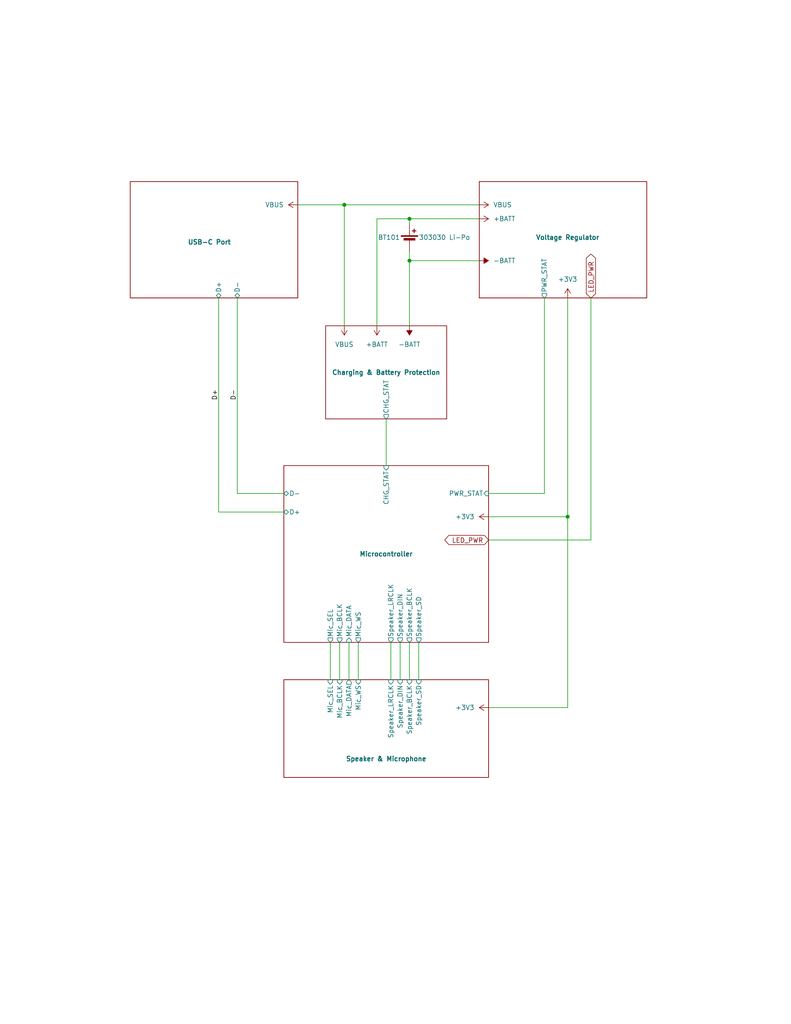
<source format=kicad_sch>
(kicad_sch
	(version 20231120)
	(generator "eeschema")
	(generator_version "8.0")
	(uuid "615e3260-ff62-492c-a651-02eeac1fdade")
	(paper "A" portrait)
	(title_block
		(title "Comms Badge Voice Assistant")
		(date "2024-03-02")
		(rev "0.1.1")
		(company "Home Sweet Home Assistant")
	)
	(lib_symbols
		(symbol "Comms Badge Voice Assistant Project:+3V3"
			(power)
			(pin_names
				(offset 0)
			)
			(exclude_from_sim no)
			(in_bom yes)
			(on_board yes)
			(property "Reference" "#PWR"
				(at 0 -3.81 0)
				(effects
					(font
						(size 1.27 1.27)
					)
					(hide yes)
				)
			)
			(property "Value" "+3V3"
				(at 0 3.556 0)
				(effects
					(font
						(size 1.27 1.27)
					)
				)
			)
			(property "Footprint" ""
				(at 0 0 0)
				(effects
					(font
						(size 1.27 1.27)
					)
					(hide yes)
				)
			)
			(property "Datasheet" ""
				(at 0 0 0)
				(effects
					(font
						(size 1.27 1.27)
					)
					(hide yes)
				)
			)
			(property "Description" "Power symbol creates a global label with name \"+3V3\""
				(at 0 0 0)
				(effects
					(font
						(size 1.27 1.27)
					)
					(hide yes)
				)
			)
			(property "ki_keywords" "global power"
				(at 0 0 0)
				(effects
					(font
						(size 1.27 1.27)
					)
					(hide yes)
				)
			)
			(symbol "+3V3_0_1"
				(polyline
					(pts
						(xy -0.762 1.27) (xy 0 2.54)
					)
					(stroke
						(width 0)
						(type default)
					)
					(fill
						(type none)
					)
				)
				(polyline
					(pts
						(xy 0 0) (xy 0 2.54)
					)
					(stroke
						(width 0)
						(type default)
					)
					(fill
						(type none)
					)
				)
				(polyline
					(pts
						(xy 0 2.54) (xy 0.762 1.27)
					)
					(stroke
						(width 0)
						(type default)
					)
					(fill
						(type none)
					)
				)
			)
			(symbol "+3V3_1_1"
				(pin power_in line
					(at 0 0 90)
					(length 0) hide
					(name "+3V3"
						(effects
							(font
								(size 1.27 1.27)
							)
						)
					)
					(number "1"
						(effects
							(font
								(size 1.27 1.27)
							)
						)
					)
				)
			)
		)
		(symbol "Comms Badge Voice Assistant Project:+BATT"
			(power)
			(pin_names
				(offset 0)
			)
			(exclude_from_sim no)
			(in_bom yes)
			(on_board yes)
			(property "Reference" "#PWR"
				(at 0 -3.81 0)
				(effects
					(font
						(size 1.27 1.27)
					)
					(hide yes)
				)
			)
			(property "Value" "+BATT"
				(at 0 3.556 0)
				(effects
					(font
						(size 1.27 1.27)
					)
				)
			)
			(property "Footprint" ""
				(at 0 0 0)
				(effects
					(font
						(size 1.27 1.27)
					)
					(hide yes)
				)
			)
			(property "Datasheet" ""
				(at 0 0 0)
				(effects
					(font
						(size 1.27 1.27)
					)
					(hide yes)
				)
			)
			(property "Description" "Power symbol creates a global label with name \"+BATT\""
				(at 0 0 0)
				(effects
					(font
						(size 1.27 1.27)
					)
					(hide yes)
				)
			)
			(property "ki_keywords" "global power battery"
				(at 0 0 0)
				(effects
					(font
						(size 1.27 1.27)
					)
					(hide yes)
				)
			)
			(symbol "+BATT_0_1"
				(polyline
					(pts
						(xy -0.762 1.27) (xy 0 2.54)
					)
					(stroke
						(width 0)
						(type default)
					)
					(fill
						(type none)
					)
				)
				(polyline
					(pts
						(xy 0 0) (xy 0 2.54)
					)
					(stroke
						(width 0)
						(type default)
					)
					(fill
						(type none)
					)
				)
				(polyline
					(pts
						(xy 0 2.54) (xy 0.762 1.27)
					)
					(stroke
						(width 0)
						(type default)
					)
					(fill
						(type none)
					)
				)
			)
			(symbol "+BATT_1_1"
				(pin power_in line
					(at 0 0 90)
					(length 0) hide
					(name "+BATT"
						(effects
							(font
								(size 1.27 1.27)
							)
						)
					)
					(number "1"
						(effects
							(font
								(size 1.27 1.27)
							)
						)
					)
				)
			)
		)
		(symbol "Comms Badge Voice Assistant Project:-BATT"
			(power)
			(pin_names
				(offset 0)
			)
			(exclude_from_sim no)
			(in_bom yes)
			(on_board yes)
			(property "Reference" "#PWR"
				(at 0 -3.81 0)
				(effects
					(font
						(size 1.27 1.27)
					)
					(hide yes)
				)
			)
			(property "Value" "-BATT"
				(at 0 3.556 0)
				(effects
					(font
						(size 1.27 1.27)
					)
				)
			)
			(property "Footprint" ""
				(at 0 0 0)
				(effects
					(font
						(size 1.27 1.27)
					)
					(hide yes)
				)
			)
			(property "Datasheet" ""
				(at 0 0 0)
				(effects
					(font
						(size 1.27 1.27)
					)
					(hide yes)
				)
			)
			(property "Description" "Power symbol creates a global label with name \"-BATT\""
				(at 0 0 0)
				(effects
					(font
						(size 1.27 1.27)
					)
					(hide yes)
				)
			)
			(property "ki_keywords" "global power battery"
				(at 0 0 0)
				(effects
					(font
						(size 1.27 1.27)
					)
					(hide yes)
				)
			)
			(symbol "-BATT_0_1"
				(polyline
					(pts
						(xy 0 0) (xy 0 2.54)
					)
					(stroke
						(width 0)
						(type default)
					)
					(fill
						(type none)
					)
				)
				(polyline
					(pts
						(xy 0.762 1.27) (xy -0.762 1.27) (xy 0 2.54) (xy 0.762 1.27)
					)
					(stroke
						(width 0)
						(type default)
					)
					(fill
						(type outline)
					)
				)
			)
			(symbol "-BATT_1_1"
				(pin power_in line
					(at 0 0 90)
					(length 0) hide
					(name "-BATT"
						(effects
							(font
								(size 1.27 1.27)
							)
						)
					)
					(number "1"
						(effects
							(font
								(size 1.27 1.27)
							)
						)
					)
				)
			)
		)
		(symbol "Comms Badge Voice Assistant Project:Battery_Cell"
			(pin_numbers hide)
			(pin_names
				(offset 0) hide)
			(exclude_from_sim no)
			(in_bom yes)
			(on_board yes)
			(property "Reference" "BT"
				(at 2.54 2.54 0)
				(effects
					(font
						(size 1.27 1.27)
					)
					(justify left)
				)
			)
			(property "Value" "Battery_Cell"
				(at 2.54 0 0)
				(effects
					(font
						(size 1.27 1.27)
					)
					(justify left)
				)
			)
			(property "Footprint" ""
				(at 0 1.524 90)
				(effects
					(font
						(size 1.27 1.27)
					)
					(hide yes)
				)
			)
			(property "Datasheet" "~"
				(at 0 1.524 90)
				(effects
					(font
						(size 1.27 1.27)
					)
					(hide yes)
				)
			)
			(property "Description" "Single-cell battery"
				(at 0 0 0)
				(effects
					(font
						(size 1.27 1.27)
					)
					(hide yes)
				)
			)
			(property "ki_keywords" "battery cell"
				(at 0 0 0)
				(effects
					(font
						(size 1.27 1.27)
					)
					(hide yes)
				)
			)
			(symbol "Battery_Cell_0_1"
				(rectangle
					(start -2.286 1.778)
					(end 2.286 1.524)
					(stroke
						(width 0)
						(type default)
					)
					(fill
						(type outline)
					)
				)
				(rectangle
					(start -1.524 1.016)
					(end 1.524 0.508)
					(stroke
						(width 0)
						(type default)
					)
					(fill
						(type outline)
					)
				)
				(polyline
					(pts
						(xy 0 0.762) (xy 0 0)
					)
					(stroke
						(width 0)
						(type default)
					)
					(fill
						(type none)
					)
				)
				(polyline
					(pts
						(xy 0 1.778) (xy 0 2.54)
					)
					(stroke
						(width 0)
						(type default)
					)
					(fill
						(type none)
					)
				)
				(polyline
					(pts
						(xy 0.762 3.048) (xy 1.778 3.048)
					)
					(stroke
						(width 0.254)
						(type default)
					)
					(fill
						(type none)
					)
				)
				(polyline
					(pts
						(xy 1.27 3.556) (xy 1.27 2.54)
					)
					(stroke
						(width 0.254)
						(type default)
					)
					(fill
						(type none)
					)
				)
			)
			(symbol "Battery_Cell_1_1"
				(pin passive line
					(at 0 5.08 270)
					(length 2.54)
					(name "+"
						(effects
							(font
								(size 1.27 1.27)
							)
						)
					)
					(number "1"
						(effects
							(font
								(size 1.27 1.27)
							)
						)
					)
				)
				(pin passive line
					(at 0 -2.54 90)
					(length 2.54)
					(name "-"
						(effects
							(font
								(size 1.27 1.27)
							)
						)
					)
					(number "2"
						(effects
							(font
								(size 1.27 1.27)
							)
						)
					)
				)
			)
		)
		(symbol "Comms Badge Voice Assistant Project:VBUS"
			(power)
			(pin_names
				(offset 0)
			)
			(exclude_from_sim no)
			(in_bom yes)
			(on_board yes)
			(property "Reference" "#PWR"
				(at 0 -3.81 0)
				(effects
					(font
						(size 1.27 1.27)
					)
					(hide yes)
				)
			)
			(property "Value" "VBUS"
				(at 0 3.81 0)
				(effects
					(font
						(size 1.27 1.27)
					)
				)
			)
			(property "Footprint" ""
				(at 0 0 0)
				(effects
					(font
						(size 1.27 1.27)
					)
					(hide yes)
				)
			)
			(property "Datasheet" ""
				(at 0 0 0)
				(effects
					(font
						(size 1.27 1.27)
					)
					(hide yes)
				)
			)
			(property "Description" "Power symbol creates a global label with name \"VBUS\""
				(at 0 0 0)
				(effects
					(font
						(size 1.27 1.27)
					)
					(hide yes)
				)
			)
			(property "ki_keywords" "global power"
				(at 0 0 0)
				(effects
					(font
						(size 1.27 1.27)
					)
					(hide yes)
				)
			)
			(symbol "VBUS_0_1"
				(polyline
					(pts
						(xy -0.762 1.27) (xy 0 2.54)
					)
					(stroke
						(width 0)
						(type default)
					)
					(fill
						(type none)
					)
				)
				(polyline
					(pts
						(xy 0 0) (xy 0 2.54)
					)
					(stroke
						(width 0)
						(type default)
					)
					(fill
						(type none)
					)
				)
				(polyline
					(pts
						(xy 0 2.54) (xy 0.762 1.27)
					)
					(stroke
						(width 0)
						(type default)
					)
					(fill
						(type none)
					)
				)
			)
			(symbol "VBUS_1_1"
				(pin power_in line
					(at 0 0 90)
					(length 0) hide
					(name "VBUS"
						(effects
							(font
								(size 1.27 1.27)
							)
						)
					)
					(number "1"
						(effects
							(font
								(size 1.27 1.27)
							)
						)
					)
				)
			)
		)
	)
	(junction
		(at 111.76 71.12)
		(diameter 0)
		(color 0 0 0 0)
		(uuid "12e54993-7d3e-493b-b424-602eea72c0b2")
	)
	(junction
		(at 111.76 59.69)
		(diameter 0)
		(color 0 0 0 0)
		(uuid "5b971af1-f69b-4688-99aa-e5c70e3d8dd2")
	)
	(junction
		(at 154.94 140.97)
		(diameter 0)
		(color 0 0 0 0)
		(uuid "7ffe0eec-f6a3-404e-99fd-a4a536e7db5f")
	)
	(junction
		(at 93.98 55.88)
		(diameter 0)
		(color 0 0 0 0)
		(uuid "f91d32a4-a160-475c-ba08-517bf66e9d4d")
	)
	(wire
		(pts
			(xy 111.76 68.58) (xy 111.76 71.12)
		)
		(stroke
			(width 0)
			(type default)
		)
		(uuid "067c67a8-052a-4fc2-b459-0ff6d72b97a3")
	)
	(wire
		(pts
			(xy 148.59 81.28) (xy 148.59 134.62)
		)
		(stroke
			(width 0)
			(type default)
		)
		(uuid "0aff3272-d3f5-4608-bcf1-8032709978dd")
	)
	(wire
		(pts
			(xy 111.76 175.26) (xy 111.76 185.42)
		)
		(stroke
			(width 0)
			(type default)
		)
		(uuid "0efad375-8e7b-46b8-a719-f720baed6d94")
	)
	(wire
		(pts
			(xy 81.28 55.88) (xy 93.98 55.88)
		)
		(stroke
			(width 0)
			(type default)
		)
		(uuid "0fceb56f-2211-4191-99b1-196e8db9c9c5")
	)
	(wire
		(pts
			(xy 92.71 175.26) (xy 92.71 185.42)
		)
		(stroke
			(width 0)
			(type default)
		)
		(uuid "2bbd7cc3-9541-4d74-a45b-3fd8a2c4183d")
	)
	(wire
		(pts
			(xy 77.47 139.7) (xy 59.69 139.7)
		)
		(stroke
			(width 0)
			(type default)
		)
		(uuid "2ecb5574-63ea-4030-8a45-d765d3e0314b")
	)
	(wire
		(pts
			(xy 93.98 55.88) (xy 130.81 55.88)
		)
		(stroke
			(width 0)
			(type default)
		)
		(uuid "415e2938-e120-47c3-970e-9cdeb124657c")
	)
	(wire
		(pts
			(xy 102.87 88.9) (xy 102.87 59.69)
		)
		(stroke
			(width 0)
			(type default)
		)
		(uuid "4e24a8d3-3cbc-4141-80c9-6f211569e983")
	)
	(wire
		(pts
			(xy 109.22 175.26) (xy 109.22 185.42)
		)
		(stroke
			(width 0)
			(type default)
		)
		(uuid "5a4931d6-af60-4c67-8ae0-564aaa1549cc")
	)
	(wire
		(pts
			(xy 105.41 114.3) (xy 105.41 127)
		)
		(stroke
			(width 0)
			(type default)
		)
		(uuid "5cbdc890-c1cf-4c19-b19f-c11fd8073f77")
	)
	(wire
		(pts
			(xy 111.76 59.69) (xy 130.81 59.69)
		)
		(stroke
			(width 0)
			(type default)
		)
		(uuid "6693d9b5-ed97-46e6-8f28-82a294416232")
	)
	(wire
		(pts
			(xy 90.17 175.26) (xy 90.17 185.42)
		)
		(stroke
			(width 0)
			(type default)
		)
		(uuid "695224f1-8aa7-4c29-b979-04b511080ab4")
	)
	(wire
		(pts
			(xy 111.76 71.12) (xy 111.76 88.9)
		)
		(stroke
			(width 0)
			(type default)
		)
		(uuid "770f39cf-9fe1-4d87-b762-fc7a9dbeb1f9")
	)
	(wire
		(pts
			(xy 133.35 140.97) (xy 154.94 140.97)
		)
		(stroke
			(width 0)
			(type default)
		)
		(uuid "786d289f-d983-4f75-8262-e509284ac94f")
	)
	(wire
		(pts
			(xy 161.29 147.32) (xy 133.35 147.32)
		)
		(stroke
			(width 0)
			(type default)
		)
		(uuid "7a774c5b-18b5-4d44-8610-b7b11ef37eee")
	)
	(wire
		(pts
			(xy 106.68 175.26) (xy 106.68 185.42)
		)
		(stroke
			(width 0)
			(type default)
		)
		(uuid "7fb1e76d-b234-40b3-81dc-4a983759acc3")
	)
	(wire
		(pts
			(xy 133.35 134.62) (xy 148.59 134.62)
		)
		(stroke
			(width 0)
			(type default)
		)
		(uuid "87e35456-d70b-43b4-96dd-de90b53d764e")
	)
	(wire
		(pts
			(xy 97.79 175.26) (xy 97.79 185.42)
		)
		(stroke
			(width 0)
			(type default)
		)
		(uuid "8d409537-414d-4110-9304-23c463b17e09")
	)
	(wire
		(pts
			(xy 111.76 71.12) (xy 130.81 71.12)
		)
		(stroke
			(width 0)
			(type default)
		)
		(uuid "9925a279-166e-4cda-bf84-4651b8e29246")
	)
	(wire
		(pts
			(xy 161.29 81.28) (xy 161.29 147.32)
		)
		(stroke
			(width 0)
			(type default)
		)
		(uuid "c82a2682-0b04-4fd8-b199-a9b1b8b3da9b")
	)
	(wire
		(pts
			(xy 93.98 55.88) (xy 93.98 88.9)
		)
		(stroke
			(width 0)
			(type default)
		)
		(uuid "c92ea2aa-5972-4417-a51a-9b93c67d74fa")
	)
	(wire
		(pts
			(xy 133.35 193.04) (xy 154.94 193.04)
		)
		(stroke
			(width 0)
			(type default)
		)
		(uuid "cc4f556e-bff5-4c59-a7e6-6b0b5ecb71d6")
	)
	(wire
		(pts
			(xy 114.3 175.26) (xy 114.3 185.42)
		)
		(stroke
			(width 0)
			(type default)
		)
		(uuid "d038fa69-977a-46ec-a96a-19c4c63cad3d")
	)
	(wire
		(pts
			(xy 59.69 81.28) (xy 59.69 139.7)
		)
		(stroke
			(width 0)
			(type default)
		)
		(uuid "d325ba4a-797e-4718-a942-9c9233ff0243")
	)
	(wire
		(pts
			(xy 111.76 60.96) (xy 111.76 59.69)
		)
		(stroke
			(width 0)
			(type default)
		)
		(uuid "d5308d8a-391e-4813-acad-17ccecb6f6d9")
	)
	(wire
		(pts
			(xy 154.94 193.04) (xy 154.94 140.97)
		)
		(stroke
			(width 0)
			(type default)
		)
		(uuid "d5c3981a-d1aa-4e5c-9704-4f1296dd9302")
	)
	(wire
		(pts
			(xy 95.25 175.26) (xy 95.25 185.42)
		)
		(stroke
			(width 0)
			(type default)
		)
		(uuid "e4b70b1c-9399-4dd6-955b-ca0d2cd34236")
	)
	(wire
		(pts
			(xy 64.77 81.28) (xy 64.77 134.62)
		)
		(stroke
			(width 0)
			(type default)
		)
		(uuid "f2664fe1-bb62-4e0a-a3a2-752374690f5f")
	)
	(wire
		(pts
			(xy 102.87 59.69) (xy 111.76 59.69)
		)
		(stroke
			(width 0)
			(type default)
		)
		(uuid "f9cf819b-6680-452c-9d98-231860cacb48")
	)
	(wire
		(pts
			(xy 77.47 134.62) (xy 64.77 134.62)
		)
		(stroke
			(width 0)
			(type default)
		)
		(uuid "ff1ac0af-02b0-4288-8945-23ed6a4819c5")
	)
	(wire
		(pts
			(xy 154.94 81.28) (xy 154.94 140.97)
		)
		(stroke
			(width 0)
			(type default)
		)
		(uuid "ffeb98e3-36f9-44f6-a725-f0ac63318355")
	)
	(label "D-"
		(at 64.77 109.22 90)
		(fields_autoplaced yes)
		(effects
			(font
				(size 1.27 1.27)
			)
			(justify left bottom)
		)
		(uuid "88881202-19e4-46b6-96c8-91a59545518e")
	)
	(label "D+"
		(at 59.69 109.22 90)
		(fields_autoplaced yes)
		(effects
			(font
				(size 1.27 1.27)
			)
			(justify left bottom)
		)
		(uuid "d12d3b20-6014-4e25-8170-842734f1981b")
	)
	(global_label "LED_PWR"
		(shape tri_state)
		(at 161.29 81.28 90)
		(fields_autoplaced yes)
		(effects
			(font
				(size 1.27 1.27)
			)
			(justify left)
		)
		(uuid "2480c930-babb-4aac-b5a9-75a21153b977")
		(property "Intersheetrefs" "${INTERSHEET_REFS}"
			(at 161.29 68.7774 90)
			(effects
				(font
					(size 1.27 1.27)
				)
				(justify left)
				(hide yes)
			)
		)
	)
	(global_label "LED_PWR"
		(shape tri_state)
		(at 133.35 147.32 180)
		(fields_autoplaced yes)
		(effects
			(font
				(size 1.27 1.27)
			)
			(justify right)
		)
		(uuid "77389b44-c07d-41fa-9675-78831493232f")
		(property "Intersheetrefs" "${INTERSHEET_REFS}"
			(at 120.8474 147.32 0)
			(effects
				(font
					(size 1.27 1.27)
				)
				(justify right)
				(hide yes)
			)
		)
	)
	(symbol
		(lib_id "Comms Badge Voice Assistant Project:Battery_Cell")
		(at 111.76 66.04 0)
		(unit 1)
		(exclude_from_sim no)
		(in_bom yes)
		(on_board yes)
		(dnp no)
		(uuid "08da763f-58ec-4ca2-8dfa-542b0c4eaebf")
		(property "Reference" "BT101"
			(at 109.22 64.77 0)
			(effects
				(font
					(size 1.27 1.27)
				)
				(justify right)
			)
		)
		(property "Value" "303030 Li-Po"
			(at 114.3 64.77 0)
			(effects
				(font
					(size 1.27 1.27)
				)
				(justify left)
			)
		)
		(property "Footprint" "Connector_Wire:SolderWire-0.25sqmm_1x02_P4.5mm_D0.65mm_OD2mm"
			(at 111.76 64.516 90)
			(effects
				(font
					(size 1.27 1.27)
				)
				(hide yes)
			)
		)
		(property "Datasheet" "~"
			(at 111.76 64.516 90)
			(effects
				(font
					(size 1.27 1.27)
				)
				(hide yes)
			)
		)
		(property "Description" ""
			(at 111.76 66.04 0)
			(effects
				(font
					(size 1.27 1.27)
				)
				(hide yes)
			)
		)
		(property "LCSC #" ""
			(at 111.76 66.04 0)
			(effects
				(font
					(size 1.27 1.27)
				)
				(hide yes)
			)
		)
		(property "Mfr. Part #" ""
			(at 111.76 66.04 0)
			(effects
				(font
					(size 1.27 1.27)
				)
				(hide yes)
			)
		)
		(property "DigiKey #" ""
			(at 111.76 66.04 0)
			(effects
				(font
					(size 1.27 1.27)
				)
				(hide yes)
			)
		)
		(property "Mouser #" ""
			(at 111.76 66.04 0)
			(effects
				(font
					(size 1.27 1.27)
				)
				(hide yes)
			)
		)
		(property "Price" ""
			(at 111.76 66.04 0)
			(effects
				(font
					(size 1.27 1.27)
				)
				(hide yes)
			)
		)
		(pin "1"
			(uuid "0fa1d61d-72bf-4a4a-bd6c-be7c553b91c2")
		)
		(pin "2"
			(uuid "34a287cb-5e6d-49a1-9241-7ffb8373d4bd")
		)
		(instances
			(project "Comms Badge Voice Assistant Project"
				(path "/615e3260-ff62-492c-a651-02eeac1fdade"
					(reference "BT101")
					(unit 1)
				)
			)
		)
	)
	(symbol
		(lib_id "Comms Badge Voice Assistant Project:+BATT")
		(at 102.87 88.9 180)
		(unit 1)
		(exclude_from_sim no)
		(in_bom yes)
		(on_board yes)
		(dnp no)
		(fields_autoplaced yes)
		(uuid "098bada7-df95-4cfd-b914-8cf58976e977")
		(property "Reference" "#PWR0110"
			(at 102.87 85.09 0)
			(effects
				(font
					(size 1.27 1.27)
				)
				(hide yes)
			)
		)
		(property "Value" "+BATT"
			(at 102.87 93.98 0)
			(effects
				(font
					(size 1.27 1.27)
				)
			)
		)
		(property "Footprint" ""
			(at 102.87 88.9 0)
			(effects
				(font
					(size 1.27 1.27)
				)
				(hide yes)
			)
		)
		(property "Datasheet" ""
			(at 102.87 88.9 0)
			(effects
				(font
					(size 1.27 1.27)
				)
				(hide yes)
			)
		)
		(property "Description" ""
			(at 102.87 88.9 0)
			(effects
				(font
					(size 1.27 1.27)
				)
				(hide yes)
			)
		)
		(pin "1"
			(uuid "64220230-8f9d-4503-b3a4-c10818599482")
		)
		(instances
			(project "Comms Badge Voice Assistant Project"
				(path "/615e3260-ff62-492c-a651-02eeac1fdade"
					(reference "#PWR0110")
					(unit 1)
				)
			)
		)
	)
	(symbol
		(lib_id "Comms Badge Voice Assistant Project:+3V3")
		(at 133.35 193.04 90)
		(unit 1)
		(exclude_from_sim no)
		(in_bom yes)
		(on_board yes)
		(dnp no)
		(fields_autoplaced yes)
		(uuid "4f843db4-20eb-4299-8d44-dc30b6070b47")
		(property "Reference" "#PWR0115"
			(at 137.16 193.04 0)
			(effects
				(font
					(size 1.27 1.27)
				)
				(hide yes)
			)
		)
		(property "Value" "+3V3"
			(at 129.54 193.04 90)
			(effects
				(font
					(size 1.27 1.27)
				)
				(justify left)
			)
		)
		(property "Footprint" ""
			(at 133.35 193.04 0)
			(effects
				(font
					(size 1.27 1.27)
				)
				(hide yes)
			)
		)
		(property "Datasheet" ""
			(at 133.35 193.04 0)
			(effects
				(font
					(size 1.27 1.27)
				)
				(hide yes)
			)
		)
		(property "Description" ""
			(at 133.35 193.04 0)
			(effects
				(font
					(size 1.27 1.27)
				)
				(hide yes)
			)
		)
		(pin "1"
			(uuid "bfcad5f2-6091-4cd5-b559-afc445ccab64")
		)
		(instances
			(project "Comms Badge Voice Assistant Project"
				(path "/615e3260-ff62-492c-a651-02eeac1fdade"
					(reference "#PWR0115")
					(unit 1)
				)
			)
		)
	)
	(symbol
		(lib_id "Comms Badge Voice Assistant Project:+BATT")
		(at 130.81 59.69 270)
		(unit 1)
		(exclude_from_sim no)
		(in_bom yes)
		(on_board yes)
		(dnp no)
		(fields_autoplaced yes)
		(uuid "5e0f92fa-0c0d-4625-8a00-a700074b39d5")
		(property "Reference" "#PWR0103"
			(at 127 59.69 0)
			(effects
				(font
					(size 1.27 1.27)
				)
				(hide yes)
			)
		)
		(property "Value" "+BATT"
			(at 134.62 59.69 90)
			(effects
				(font
					(size 1.27 1.27)
				)
				(justify left)
			)
		)
		(property "Footprint" ""
			(at 130.81 59.69 0)
			(effects
				(font
					(size 1.27 1.27)
				)
				(hide yes)
			)
		)
		(property "Datasheet" ""
			(at 130.81 59.69 0)
			(effects
				(font
					(size 1.27 1.27)
				)
				(hide yes)
			)
		)
		(property "Description" ""
			(at 130.81 59.69 0)
			(effects
				(font
					(size 1.27 1.27)
				)
				(hide yes)
			)
		)
		(pin "1"
			(uuid "4ab45027-46c8-4a81-a0f6-c830827cd1bb")
		)
		(instances
			(project "Comms Badge Voice Assistant Project"
				(path "/615e3260-ff62-492c-a651-02eeac1fdade"
					(reference "#PWR0103")
					(unit 1)
				)
			)
		)
	)
	(symbol
		(lib_id "Comms Badge Voice Assistant Project:+3V3")
		(at 154.94 81.28 0)
		(unit 1)
		(exclude_from_sim no)
		(in_bom yes)
		(on_board yes)
		(dnp no)
		(fields_autoplaced yes)
		(uuid "683ac0fe-e1fc-4c09-84bb-4f8bdf23506f")
		(property "Reference" "#PWR0107"
			(at 154.94 85.09 0)
			(effects
				(font
					(size 1.27 1.27)
				)
				(hide yes)
			)
		)
		(property "Value" "+3V3"
			(at 154.94 76.2 0)
			(effects
				(font
					(size 1.27 1.27)
				)
			)
		)
		(property "Footprint" ""
			(at 154.94 81.28 0)
			(effects
				(font
					(size 1.27 1.27)
				)
				(hide yes)
			)
		)
		(property "Datasheet" ""
			(at 154.94 81.28 0)
			(effects
				(font
					(size 1.27 1.27)
				)
				(hide yes)
			)
		)
		(property "Description" ""
			(at 154.94 81.28 0)
			(effects
				(font
					(size 1.27 1.27)
				)
				(hide yes)
			)
		)
		(pin "1"
			(uuid "83a991c0-6597-4154-8879-8a1f4234ffd5")
		)
		(instances
			(project "Comms Badge Voice Assistant Project"
				(path "/615e3260-ff62-492c-a651-02eeac1fdade"
					(reference "#PWR0107")
					(unit 1)
				)
			)
		)
	)
	(symbol
		(lib_id "Comms Badge Voice Assistant Project:VBUS")
		(at 130.81 55.88 270)
		(unit 1)
		(exclude_from_sim no)
		(in_bom yes)
		(on_board yes)
		(dnp no)
		(fields_autoplaced yes)
		(uuid "71c8bbd2-c9d6-461d-8912-e56043831a53")
		(property "Reference" "#PWR0102"
			(at 127 55.88 0)
			(effects
				(font
					(size 1.27 1.27)
				)
				(hide yes)
			)
		)
		(property "Value" "VBUS"
			(at 134.62 55.88 90)
			(effects
				(font
					(size 1.27 1.27)
				)
				(justify left)
			)
		)
		(property "Footprint" ""
			(at 130.81 55.88 0)
			(effects
				(font
					(size 1.27 1.27)
				)
				(hide yes)
			)
		)
		(property "Datasheet" ""
			(at 130.81 55.88 0)
			(effects
				(font
					(size 1.27 1.27)
				)
				(hide yes)
			)
		)
		(property "Description" ""
			(at 130.81 55.88 0)
			(effects
				(font
					(size 1.27 1.27)
				)
				(hide yes)
			)
		)
		(pin "1"
			(uuid "3d062507-9057-481c-a85a-4a424ba22135")
		)
		(instances
			(project "Comms Badge Voice Assistant Project"
				(path "/615e3260-ff62-492c-a651-02eeac1fdade"
					(reference "#PWR0102")
					(unit 1)
				)
			)
		)
	)
	(symbol
		(lib_id "Comms Badge Voice Assistant Project:-BATT")
		(at 130.81 71.12 270)
		(unit 1)
		(exclude_from_sim no)
		(in_bom yes)
		(on_board yes)
		(dnp no)
		(fields_autoplaced yes)
		(uuid "72d75e47-dca9-485c-ae12-795c83b3631a")
		(property "Reference" "#PWR0105"
			(at 127 71.12 0)
			(effects
				(font
					(size 1.27 1.27)
				)
				(hide yes)
			)
		)
		(property "Value" "-BATT"
			(at 134.62 71.12 90)
			(effects
				(font
					(size 1.27 1.27)
				)
				(justify left)
			)
		)
		(property "Footprint" ""
			(at 130.81 71.12 0)
			(effects
				(font
					(size 1.27 1.27)
				)
				(hide yes)
			)
		)
		(property "Datasheet" ""
			(at 130.81 71.12 0)
			(effects
				(font
					(size 1.27 1.27)
				)
				(hide yes)
			)
		)
		(property "Description" ""
			(at 130.81 71.12 0)
			(effects
				(font
					(size 1.27 1.27)
				)
				(hide yes)
			)
		)
		(pin "1"
			(uuid "a98ee9f4-7f0a-4141-b0cb-d022d557d4ce")
		)
		(instances
			(project "Comms Badge Voice Assistant Project"
				(path "/615e3260-ff62-492c-a651-02eeac1fdade"
					(reference "#PWR0105")
					(unit 1)
				)
			)
		)
	)
	(symbol
		(lib_id "Comms Badge Voice Assistant Project:VBUS")
		(at 81.28 55.88 90)
		(unit 1)
		(exclude_from_sim no)
		(in_bom yes)
		(on_board yes)
		(dnp no)
		(fields_autoplaced yes)
		(uuid "759e29e1-e667-41df-8732-4dd95367bfc5")
		(property "Reference" "#PWR0101"
			(at 85.09 55.88 0)
			(effects
				(font
					(size 1.27 1.27)
				)
				(hide yes)
			)
		)
		(property "Value" "VBUS"
			(at 77.47 55.88 90)
			(effects
				(font
					(size 1.27 1.27)
				)
				(justify left)
			)
		)
		(property "Footprint" ""
			(at 81.28 55.88 0)
			(effects
				(font
					(size 1.27 1.27)
				)
				(hide yes)
			)
		)
		(property "Datasheet" ""
			(at 81.28 55.88 0)
			(effects
				(font
					(size 1.27 1.27)
				)
				(hide yes)
			)
		)
		(property "Description" ""
			(at 81.28 55.88 0)
			(effects
				(font
					(size 1.27 1.27)
				)
				(hide yes)
			)
		)
		(pin "1"
			(uuid "a5c4442c-6769-4135-b782-87f6594a09db")
		)
		(instances
			(project "Comms Badge Voice Assistant Project"
				(path "/615e3260-ff62-492c-a651-02eeac1fdade"
					(reference "#PWR0101")
					(unit 1)
				)
			)
		)
	)
	(symbol
		(lib_id "Comms Badge Voice Assistant Project:+3V3")
		(at 133.35 140.97 90)
		(unit 1)
		(exclude_from_sim no)
		(in_bom yes)
		(on_board yes)
		(dnp no)
		(fields_autoplaced yes)
		(uuid "b0cd39fe-d4e5-413f-97a3-d3083aa39cc2")
		(property "Reference" "#PWR0113"
			(at 137.16 140.97 0)
			(effects
				(font
					(size 1.27 1.27)
				)
				(hide yes)
			)
		)
		(property "Value" "+3V3"
			(at 129.54 140.97 90)
			(effects
				(font
					(size 1.27 1.27)
				)
				(justify left)
			)
		)
		(property "Footprint" ""
			(at 133.35 140.97 0)
			(effects
				(font
					(size 1.27 1.27)
				)
				(hide yes)
			)
		)
		(property "Datasheet" ""
			(at 133.35 140.97 0)
			(effects
				(font
					(size 1.27 1.27)
				)
				(hide yes)
			)
		)
		(property "Description" ""
			(at 133.35 140.97 0)
			(effects
				(font
					(size 1.27 1.27)
				)
				(hide yes)
			)
		)
		(pin "1"
			(uuid "4a84b9af-00ad-4325-b743-c20c4e3572b1")
		)
		(instances
			(project "Comms Badge Voice Assistant Project"
				(path "/615e3260-ff62-492c-a651-02eeac1fdade"
					(reference "#PWR0113")
					(unit 1)
				)
			)
		)
	)
	(symbol
		(lib_id "Comms Badge Voice Assistant Project:VBUS")
		(at 93.98 88.9 180)
		(unit 1)
		(exclude_from_sim no)
		(in_bom yes)
		(on_board yes)
		(dnp no)
		(fields_autoplaced yes)
		(uuid "c8b633c7-c075-4922-a8fb-1ab3bd91aefd")
		(property "Reference" "#PWR0109"
			(at 93.98 85.09 0)
			(effects
				(font
					(size 1.27 1.27)
				)
				(hide yes)
			)
		)
		(property "Value" "VBUS"
			(at 93.98 93.98 0)
			(effects
				(font
					(size 1.27 1.27)
				)
			)
		)
		(property "Footprint" ""
			(at 93.98 88.9 0)
			(effects
				(font
					(size 1.27 1.27)
				)
				(hide yes)
			)
		)
		(property "Datasheet" ""
			(at 93.98 88.9 0)
			(effects
				(font
					(size 1.27 1.27)
				)
				(hide yes)
			)
		)
		(property "Description" ""
			(at 93.98 88.9 0)
			(effects
				(font
					(size 1.27 1.27)
				)
				(hide yes)
			)
		)
		(pin "1"
			(uuid "89a28fbb-98bb-49ab-85fe-45efe7e48b54")
		)
		(instances
			(project "Comms Badge Voice Assistant Project"
				(path "/615e3260-ff62-492c-a651-02eeac1fdade"
					(reference "#PWR0109")
					(unit 1)
				)
			)
		)
	)
	(symbol
		(lib_id "Comms Badge Voice Assistant Project:-BATT")
		(at 111.76 88.9 180)
		(unit 1)
		(exclude_from_sim no)
		(in_bom yes)
		(on_board yes)
		(dnp no)
		(fields_autoplaced yes)
		(uuid "cd7c562e-3577-406b-94a0-dcb0502f7217")
		(property "Reference" "#PWR0111"
			(at 111.76 85.09 0)
			(effects
				(font
					(size 1.27 1.27)
				)
				(hide yes)
			)
		)
		(property "Value" "-BATT"
			(at 111.76 93.98 0)
			(effects
				(font
					(size 1.27 1.27)
				)
			)
		)
		(property "Footprint" ""
			(at 111.76 88.9 0)
			(effects
				(font
					(size 1.27 1.27)
				)
				(hide yes)
			)
		)
		(property "Datasheet" ""
			(at 111.76 88.9 0)
			(effects
				(font
					(size 1.27 1.27)
				)
				(hide yes)
			)
		)
		(property "Description" ""
			(at 111.76 88.9 0)
			(effects
				(font
					(size 1.27 1.27)
				)
				(hide yes)
			)
		)
		(pin "1"
			(uuid "a020dd99-f185-4e4e-b88c-778ea59e79b7")
		)
		(instances
			(project "Comms Badge Voice Assistant Project"
				(path "/615e3260-ff62-492c-a651-02eeac1fdade"
					(reference "#PWR0111")
					(unit 1)
				)
			)
		)
	)
	(sheet
		(at 88.9 88.9)
		(size 33.02 25.4)
		(stroke
			(width 0.1524)
			(type solid)
		)
		(fill
			(color 0 0 0 0.0000)
		)
		(uuid "231a0e5c-3d9d-4633-902d-6da720a74176")
		(property "Sheetname" "Charging & Battery Protection"
			(at 105.41 101.6 0)
			(effects
				(font
					(size 1.27 1.27)
					(bold yes)
				)
			)
		)
		(property "Sheetfile" "Charging_Battery_Protection.kicad_sch"
			(at 88.9 112.3446 0)
			(effects
				(font
					(size 1.27 1.27)
				)
				(justify left top)
				(hide yes)
			)
		)
		(pin "CHG_STAT" output
			(at 105.41 114.3 270)
			(effects
				(font
					(size 1.27 1.27)
				)
				(justify left)
			)
			(uuid "5a02778b-c383-42d4-a95f-1acfc2104574")
		)
		(instances
			(project "Comms Badge Voice Assistant Project"
				(path "/615e3260-ff62-492c-a651-02eeac1fdade"
					(page "3")
				)
			)
		)
	)
	(sheet
		(at 77.47 127)
		(size 55.88 48.26)
		(stroke
			(width 0.1524)
			(type solid)
		)
		(fill
			(color 0 0 0 0.0000)
		)
		(uuid "5fa97130-643a-4419-aa6c-6ca7316b1e6f")
		(property "Sheetname" "Microcontroller"
			(at 105.41 151.13 0)
			(effects
				(font
					(size 1.27 1.27)
					(bold yes)
				)
			)
		)
		(property "Sheetfile" "Microcontroller.kicad_sch"
			(at 77.47 175.8446 0)
			(effects
				(font
					(size 1.27 1.27)
				)
				(justify left top)
				(hide yes)
			)
		)
		(pin "D+" bidirectional
			(at 77.47 139.7 180)
			(effects
				(font
					(size 1.27 1.27)
				)
				(justify left)
			)
			(uuid "bad9f030-66b1-4f59-8e06-bbec07d52974")
		)
		(pin "D-" bidirectional
			(at 77.47 134.62 180)
			(effects
				(font
					(size 1.27 1.27)
				)
				(justify left)
			)
			(uuid "8fbeb095-cfb8-488f-bb43-a171d39f106e")
		)
		(pin "Mic_WS" output
			(at 97.79 175.26 270)
			(effects
				(font
					(size 1.27 1.27)
				)
				(justify left)
			)
			(uuid "f18f11af-a3d3-458b-9615-b84e70e6dd22")
		)
		(pin "Mic_DATA" input
			(at 95.25 175.26 270)
			(effects
				(font
					(size 1.27 1.27)
				)
				(justify left)
			)
			(uuid "62b661fa-8028-4d95-8683-309f6295ef2b")
		)
		(pin "Mic_SEL" output
			(at 90.17 175.26 270)
			(effects
				(font
					(size 1.27 1.27)
				)
				(justify left)
			)
			(uuid "373d364c-f405-45b1-be50-0c38b3f512cc")
		)
		(pin "Mic_BCLK" output
			(at 92.71 175.26 270)
			(effects
				(font
					(size 1.27 1.27)
				)
				(justify left)
			)
			(uuid "33b72300-1ade-4b10-bf05-dee70e5ba8ae")
		)
		(pin "Speaker_BCLK" output
			(at 111.76 175.26 270)
			(effects
				(font
					(size 1.27 1.27)
				)
				(justify left)
			)
			(uuid "7d456f9e-25af-4a51-9722-3e709a0c4fc8")
		)
		(pin "Speaker_SD" output
			(at 114.3 175.26 270)
			(effects
				(font
					(size 1.27 1.27)
				)
				(justify left)
			)
			(uuid "cb0c8daf-f78e-4617-aafa-afe77a2dde92")
		)
		(pin "Speaker_DIN" output
			(at 109.22 175.26 270)
			(effects
				(font
					(size 1.27 1.27)
				)
				(justify left)
			)
			(uuid "bfe087bc-389c-4092-b451-17be047412a4")
		)
		(pin "Speaker_LRCLK" output
			(at 106.68 175.26 270)
			(effects
				(font
					(size 1.27 1.27)
				)
				(justify left)
			)
			(uuid "66038402-d80f-4161-b5db-76ee7dbf79dc")
		)
		(pin "CHG_STAT" input
			(at 105.41 127 90)
			(effects
				(font
					(size 1.27 1.27)
				)
				(justify right)
			)
			(uuid "a244c9b3-9713-4a3a-86ae-c5557786c3b2")
		)
		(pin "PWR_STAT" input
			(at 133.35 134.62 0)
			(effects
				(font
					(size 1.27 1.27)
				)
				(justify right)
			)
			(uuid "3d81b688-fcdf-498a-a7d4-5b71990c0efa")
		)
		(instances
			(project "Comms Badge Voice Assistant Project"
				(path "/615e3260-ff62-492c-a651-02eeac1fdade"
					(page "5")
				)
			)
		)
	)
	(sheet
		(at 77.47 185.42)
		(size 55.88 26.67)
		(stroke
			(width 0.1524)
			(type solid)
		)
		(fill
			(color 0 0 0 0.0000)
		)
		(uuid "69b9ae07-f494-4241-a81a-ec8e3c7ef587")
		(property "Sheetname" "Speaker & Microphone"
			(at 105.41 207.01 0)
			(effects
				(font
					(size 1.27 1.27)
					(bold yes)
				)
			)
		)
		(property "Sheetfile" "Speaker_Microphone.kicad_sch"
			(at 77.47 212.6746 0)
			(effects
				(font
					(size 1.27 1.27)
				)
				(justify left top)
				(hide yes)
			)
		)
		(pin "Mic_BCLK" input
			(at 92.71 185.42 90)
			(effects
				(font
					(size 1.27 1.27)
				)
				(justify right)
			)
			(uuid "104b76fd-b793-44ef-811a-266f5a65ae0a")
		)
		(pin "Mic_DATA" output
			(at 95.25 185.42 90)
			(effects
				(font
					(size 1.27 1.27)
				)
				(justify right)
			)
			(uuid "e9844a74-7254-4713-ab93-9add79088956")
		)
		(pin "Mic_WS" input
			(at 97.79 185.42 90)
			(effects
				(font
					(size 1.27 1.27)
				)
				(justify right)
			)
			(uuid "b1bf43e2-676d-465e-83e3-80f37c640e4d")
		)
		(pin "Speaker_LRCLK" input
			(at 106.68 185.42 90)
			(effects
				(font
					(size 1.27 1.27)
				)
				(justify right)
			)
			(uuid "f64599e5-6571-4dd7-b115-6e4f6421db0f")
		)
		(pin "Speaker_DIN" input
			(at 109.22 185.42 90)
			(effects
				(font
					(size 1.27 1.27)
				)
				(justify right)
			)
			(uuid "e64c63d7-37ea-4492-92b5-8c2675432848")
		)
		(pin "Speaker_BCLK" input
			(at 111.76 185.42 90)
			(effects
				(font
					(size 1.27 1.27)
				)
				(justify right)
			)
			(uuid "ad4fd6f3-a657-4888-8cc4-803f6a8f7610")
		)
		(pin "Speaker_SD" input
			(at 114.3 185.42 90)
			(effects
				(font
					(size 1.27 1.27)
				)
				(justify right)
			)
			(uuid "6b110e83-5f11-4ab1-b00b-73c83c81853a")
		)
		(pin "Mic_SEL" input
			(at 90.17 185.42 90)
			(effects
				(font
					(size 1.27 1.27)
				)
				(justify right)
			)
			(uuid "1f5cc872-bd69-4c4a-bb07-74a44baaa303")
		)
		(instances
			(project "Comms Badge Voice Assistant Project"
				(path "/615e3260-ff62-492c-a651-02eeac1fdade"
					(page "14")
				)
			)
		)
	)
	(sheet
		(at 130.81 49.53)
		(size 45.72 31.75)
		(stroke
			(width 0.1524)
			(type solid)
		)
		(fill
			(color 0 0 0 0.0000)
		)
		(uuid "e673e852-cd4e-4de7-9ab5-f1e76296320b")
		(property "Sheetname" "Voltage Regulator"
			(at 154.94 64.77 0)
			(effects
				(font
					(size 1.27 1.27)
					(bold yes)
				)
			)
		)
		(property "Sheetfile" "Voltage_Regulator.kicad_sch"
			(at 130.81 72.9746 0)
			(effects
				(font
					(size 1.27 1.27)
				)
				(justify left top)
				(hide yes)
			)
		)
		(pin "PWR_STAT" output
			(at 148.59 81.28 270)
			(effects
				(font
					(size 1.27 1.27)
				)
				(justify left)
			)
			(uuid "4fe56e76-17df-4ff7-9dd8-6ccf104277dc")
		)
		(instances
			(project "Comms Badge Voice Assistant Project"
				(path "/615e3260-ff62-492c-a651-02eeac1fdade"
					(page "4")
				)
			)
		)
	)
	(sheet
		(at 35.56 49.53)
		(size 45.72 31.75)
		(stroke
			(width 0.1524)
			(type solid)
		)
		(fill
			(color 0 0 0 0.0000)
		)
		(uuid "f8b49e38-8eb2-43a3-84a0-afcf51d28e7d")
		(property "Sheetname" "USB-C Port"
			(at 57.15 66.04 0)
			(effects
				(font
					(size 1.27 1.27)
					(bold yes)
				)
			)
		)
		(property "Sheetfile" "USB-C_Port.kicad_sch"
			(at 35.56 72.9746 0)
			(effects
				(font
					(size 1.27 1.27)
				)
				(justify left top)
				(hide yes)
			)
		)
		(pin "D+" bidirectional
			(at 59.69 81.28 270)
			(effects
				(font
					(size 1.27 1.27)
				)
				(justify left)
			)
			(uuid "12ed34ec-9408-41fc-b93b-b86e7aeb9dcf")
		)
		(pin "D-" bidirectional
			(at 64.77 81.28 270)
			(effects
				(font
					(size 1.27 1.27)
				)
				(justify left)
			)
			(uuid "23654ee6-b50c-484f-9014-de574e49e0e1")
		)
		(instances
			(project "Comms Badge Voice Assistant Project"
				(path "/615e3260-ff62-492c-a651-02eeac1fdade"
					(page "2")
				)
			)
		)
	)
	(sheet_instances
		(path "/"
			(page "1")
		)
	)
)

</source>
